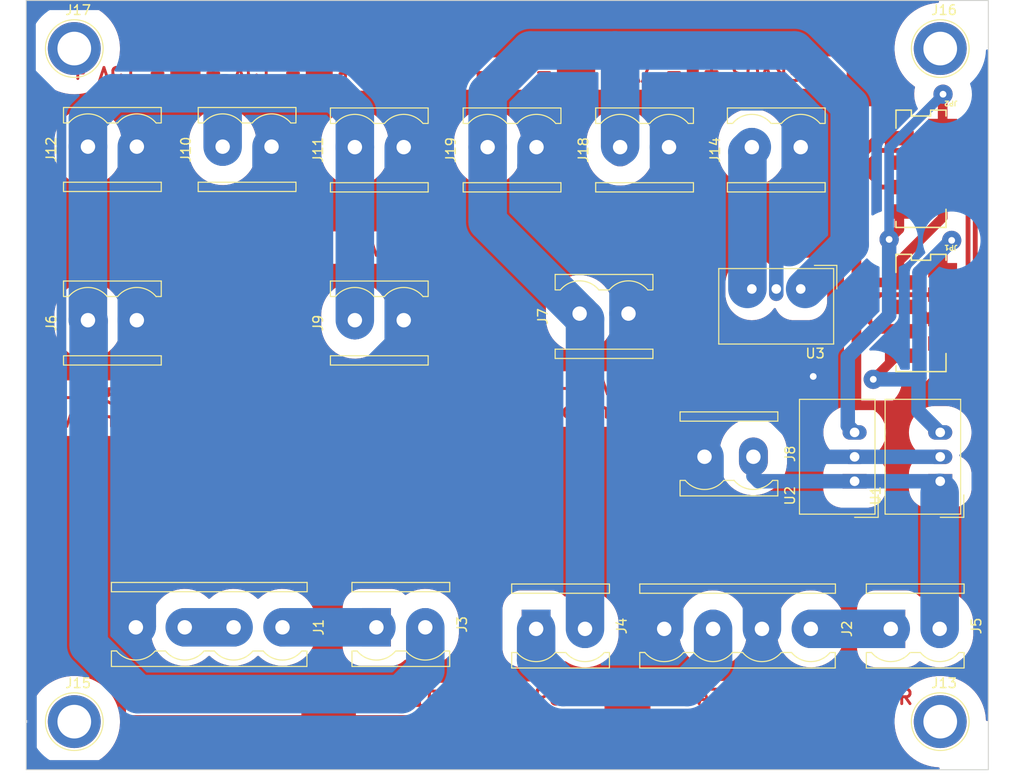
<source format=kicad_pcb>
(kicad_pcb (version 20211014) (generator pcbnew)
  (layers (0 "F.Cu" signal) (31 "B.Cu" signal) (34 "B.Paste" user) (35 "F.Paste" user) (36 "B.SilkS" user "B.Silkscreen") (37 "F.SilkS" user "F.Silkscreen") (38 "B.Mask" user) (39 "F.Mask" user) (44 "Edge.Cuts" user))
  (net 0 "")
  (net 1 "/GND_15V")
  (net 2 "Net-(J1-Pad2)")
  (net 3 "/+7V_BAT_ELEC")
  (net 4 "/+15V_BAT")
  (net 5 "/+15V")
  (net 6 "/+7V_BAT")
  (net 7 "/+7V")
  (net 8 "/+7V_ELEC")
  (net 13 "/+5V_SERVOS")
  (net 14 "/+5V_ELEC_1")
  (net 15 "/+5V_ELEC_2")
  (net 16 "/CAN_L")
  (net 17 "/CAN_H")
  (footprint "FootprintGamelGe2_v6:Mounting_Screw_3mm" (layer "F.Cu") (at 157 110)
    (fp_text reference "J15" (at 0.4 -4) (layer "F.SilkS"))
    (fp_text value "Mounting_Screw_3mm")
    (fp_circle (center 0 0) (end 3 0) (layer "F.SilkS") (width 0.12) (fill none))
    (pad "1" thru_hole circle (at 0 0) (size 5.5 5.5) (drill 3.5) (layers *.Cu *.Mask))
  )
  (footprint "micromatch 8P.PcbLib:MM 8 CMS F" (layer "F.Cu") (at 247.250001 63.055001 90)
    (fp_text reference "JP1" (at 2.655992 1.623004 180 unlocked) (layer "F.SilkS") (effects (font (size 0.5 0.5) (thickness 0.125)) (justify left bottom)))
    (fp_text value "Micromatch 8 Capt 1" hide)
    (fp_line (start 1.655001 0.349999) (end 1.655001 -1.25) (layer "F.SilkS") (width 0.1524))
    (fp_line (start 1.655001 -3.250001) (end 1.0414 -3.250001) (layer "F.SilkS") (width 0.1524))
    (fp_line (start 1.655001 0.349999) (end 1.0414 0.349999) (layer "F.SilkS") (width 0.1524))
    (fp_line (start -9.9314 -4.85) (end -10.545 -4.85) (layer "F.SilkS") (width 0.1524))
    (fp_line (start -10.545 0.349999) (end -10.545 -4.85) (layer "F.SilkS") (width 0.1524))
    (fp_line (start 1.655001 -3.250001) (end 1.655001 -4.85) (layer "F.SilkS") (width 0.1524))
    (fp_line (start 1.655001 -4.85) (end -0.2286 -4.85) (layer "F.SilkS") (width 0.1524))
    (fp_line (start 1.655001 -1.25) (end 1.0414 -1.25) (layer "F.SilkS") (width 0.1524))
    (fp_line (start -8.6614 0.349999) (end -10.545 0.349999) (layer "F.SilkS") (width 0.1524))
    (fp_line (start 1.0414 -1.25) (end 1.0414 -3.250001) (layer "F.SilkS") (width 0.1524))
    (pad "1" smd rect (at 0 0 90) (size 1.5 3) (layers "F.Cu" "F.Paste" "F.Mask") (net 14 "/+5V_ELEC_1"))
    (pad "2" smd rect (at -1.27 -4.500001 90) (size 1.5 3) (layers "F.Cu" "F.Paste" "F.Mask") (net 1 "/GND_15V"))
    (pad "3" smd rect (at -2.54 0 90) (size 1.5 3) (layers "F.Cu" "F.Paste" "F.Mask") (net 16 "/CAN_L"))
    (pad "4" smd rect (at -3.81 -4.500001 90) (size 1.5 3) (layers "F.Cu" "F.Paste" "F.Mask") (net 17 "/CAN_H"))
    (pad "5" smd rect (at -5.08 0 90) (size 1.5 3) (layers "F.Cu" "F.Paste" "F.Mask") (net 17 "/CAN_H"))
    (pad "6" smd rect (at -6.35 -4.500001 90) (size 1.5 3) (layers "F.Cu" "F.Paste" "F.Mask") (net 16 "/CAN_L"))
    (pad "7" smd rect (at -7.62 0 90) (size 1.499997 3) (layers "F.Cu" "F.Paste" "F.Mask") (net 1 "/GND_15V"))
    (pad "8" smd rect (at -8.89 -4.500001 90) (size 1.499997 3) (layers "F.Cu" "F.Paste" "F.Mask") (net 14 "/+5V_ELEC_1"))
  )
  (footprint "FootprintGamelGe2_v6:OmnimateSL-5,08_1x02_P5.08mm_Vertical" (layer "F.Cu") (at 241.86 100.35)
    (fp_text reference "J5" (at 8.9 -0.3 90) (layer "F.SilkS"))
    (fp_text value "INTER_ELEC")
    (fp_line (start 7.62 2.462) (end 7.08 2.462) (layer "F.SilkS") (width 0.12))
    (fp_line (start -2.54 -3.7) (end -2.54 -4.664) (layer "F.SilkS") (width 0.12))
    (fp_line (start 7.62 -3.7) (end 7.62 -4.664) (layer "F.SilkS") (width 0.12))
    (fp_line (start -2 2.462) (end -2.54 2.462) (layer "F.SilkS") (width 0.12))
    (fp_line (start -2.54 -3.7) (end 7.62 -3.7) (layer "F.SilkS") (width 0.12))
    (fp_line (start -2.54 -4.664) (end 7.62 -4.664) (layer "F.SilkS") (width 0.12))
    (fp_line (start -2.54 4.072) (end -2.54 2.4972) (layer "F.SilkS") (width 0.12))
    (fp_line (start 2 2.462) (end 3.08 2.462) (layer "F.SilkS") (width 0.12))
    (fp_line (start 7.62 4.072) (end 7.62 2.4972) (layer "F.SilkS") (width 0.12))
    (fp_line (start -2.54 4.072) (end 7.62 4.072) (layer "F.SilkS") (width 0.12))
    (fp_arc (start 7.066842 2.477821) (mid 5.069711 3.404758) (end 3.08 2.462) (layer "F.SilkS") (width 0.12))
    (fp_arc (start 1.986842 2.477821) (mid -0.010289 3.404758) (end -2 2.462) (layer "F.SilkS") (width 0.12))
    (pad "1" thru_hole rect (at 0 0) (size 3 4) (drill 1.5) (layers *.Cu *.Mask) (net 3 "/+7V_BAT_ELEC"))
    (pad "2" thru_hole oval (at 5.08 0) (size 3 4) (drill 1.5) (layers *.Cu *.Mask) (net 8 "/+7V_ELEC"))
  )
  (footprint "FootprintGamelGe2_v6:Mounting_Screw_3mm" (layer "F.Cu") (at 247 40)
    (fp_text reference "J16" (at 0.4 -4) (layer "F.SilkS"))
    (fp_text value "Mounting_Screw_3mm")
    (fp_circle (center 0 0) (end 3 0) (layer "F.SilkS") (width 0.12) (fill none))
    (pad "1" thru_hole circle (at 0 0) (size 5.5 5.5) (drill 3.5) (layers *.Cu *.Mask))
  )
  (footprint "Converter_DCDC:Converter_DCDC_TRACO_TSR-1_THT" (layer "F.Cu") (at 247 85 90)
    (fp_text reference "U1" (at -1.5 -6.71 90) (layer "F.SilkS"))
    (fp_text value "TSR_1-2450")
    (fp_line (start -3.75 2.45) (end -1.42 2.45) (layer "F.SilkS") (width 0.12))
    (fp_line (start -3.42 2.12) (end -3.42 -5.73) (layer "F.SilkS") (width 0.12))
    (fp_line (start 8.52 2.12) (end -3.42 2.12) (layer "F.SilkS") (width 0.12))
    (fp_line (start -3.75 0) (end -3.75 2.45) (layer "F.SilkS") (width 0.12))
    (fp_line (start 8.52 -5.73) (end 8.52 2.12) (layer "F.SilkS") (width 0.12))
    (fp_line (start -3.42 -5.73) (end 8.52 -5.73) (layer "F.SilkS") (width 0.12))
    (pad "1" thru_hole rect (at 0 0 90) (size 1.5 2.5) (drill 1) (layers *.Cu *.Mask) (net 8 "/+7V_ELEC"))
    (pad "2" thru_hole oval (at 2.54 0 90) (size 1.5 2.5) (drill 1) (layers *.Cu *.Mask) (net 1 "/GND_15V"))
    (pad "3" thru_hole oval (at 5.08 0 90) (size 1.5 2.5) (drill 1) (layers *.Cu *.Mask) (net 14 "/+5V_ELEC_1"))
  )
  (footprint "FootprintGamelGe2_v6:OmnimateSL-5,08_1x02_P5.08mm_Vertical" (layer "F.Cu") (at 163.5 50.2 180)
    (fp_text reference "J12" (at 8.9 -0.3 90) (layer "F.SilkS"))
    (fp_text value "Base_Roulante")
    (fp_line (start -2.54 4.072) (end -2.54 2.4972) (layer "F.SilkS") (width 0.12))
    (fp_line (start -2.54 -3.7) (end -2.54 -4.664) (layer "F.SilkS") (width 0.12))
    (fp_line (start -2 2.462) (end -2.54 2.462) (layer "F.SilkS") (width 0.12))
    (fp_line (start 7.62 4.072) (end 7.62 2.4972) (layer "F.SilkS") (width 0.12))
    (fp_line (start 2 2.462) (end 3.08 2.462) (layer "F.SilkS") (width 0.12))
    (fp_line (start -2.54 4.072) (end 7.62 4.072) (layer "F.SilkS") (width 0.12))
    (fp_line (start -2.54 -4.664) (end 7.62 -4.664) (layer "F.SilkS") (width 0.12))
    (fp_line (start 7.62 -3.7) (end 7.62 -4.664) (layer "F.SilkS") (width 0.12))
    (fp_line (start 7.62 2.462) (end 7.08 2.462) (layer "F.SilkS") (width 0.12))
    (fp_line (start -2.54 -3.7) (end 7.62 -3.7) (layer "F.SilkS") (width 0.12))
    (fp_arc (start 1.986842 2.477821) (mid -0.010289 3.404758) (end -2 2.462) (layer "F.SilkS") (width 0.12))
    (fp_arc (start 7.066842 2.477821) (mid 5.069711 3.404758) (end 3.08 2.462) (layer "F.SilkS") (width 0.12))
    (pad "1" thru_hole rect (at 0 0 180) (size 3 4) (drill 1.5) (layers *.Cu *.Mask) (net 1 "/GND_15V"))
    (pad "2" thru_hole oval (at 5.08 0 180) (size 3 4) (drill 1.5) (layers *.Cu *.Mask) (net 5 "/+15V"))
  )
  (footprint "FootprintGamelGe2_v6:Mounting_Screw_3mm" (layer "F.Cu") (at 247 110)
    (fp_text reference "J13" (at 0.4 -4) (layer "F.SilkS"))
    (fp_text value "Mounting_Screw_3mm")
    (fp_circle (center 0 0) (end 3 0) (layer "F.SilkS") (width 0.12) (fill none))
    (pad "1" thru_hole circle (at 0 0) (size 5.5 5.5) (drill 3.5) (layers *.Cu *.Mask))
  )
  (footprint "FootprintGamelGe2_v6:OmnimateSL-5,08_1x02_P5.08mm_Vertical" (layer "F.Cu") (at 163.5 68.25 180)
    (fp_text reference "J6" (at 8.9 -0.3 90) (layer "F.SilkS"))
    (fp_text value "Voltmètre_15V")
    (fp_line (start -2.54 -4.664) (end 7.62 -4.664) (layer "F.SilkS") (width 0.12))
    (fp_line (start 2 2.462) (end 3.08 2.462) (layer "F.SilkS") (width 0.12))
    (fp_line (start 7.62 4.072) (end 7.62 2.4972) (layer "F.SilkS") (width 0.12))
    (fp_line (start 7.62 2.462) (end 7.08 2.462) (layer "F.SilkS") (width 0.12))
    (fp_line (start -2.54 4.072) (end -2.54 2.4972) (layer "F.SilkS") (width 0.12))
    (fp_line (start -2 2.462) (end -2.54 2.462) (layer "F.SilkS") (width 0.12))
    (fp_line (start -2.54 -3.7) (end -2.54 -4.664) (layer "F.SilkS") (width 0.12))
    (fp_line (start -2.54 -3.7) (end 7.62 -3.7) (layer "F.SilkS") (width 0.12))
    (fp_line (start -2.54 4.072) (end 7.62 4.072) (layer "F.SilkS") (width 0.12))
    (fp_line (start 7.62 -3.7) (end 7.62 -4.664) (layer "F.SilkS") (width 0.12))
    (fp_arc (start 1.986842 2.477821) (mid -0.010289 3.404758) (end -2 2.462) (layer "F.SilkS") (width 0.12))
    (fp_arc (start 7.066842 2.477821) (mid 5.069711 3.404758) (end 3.08 2.462) (layer "F.SilkS") (width 0.12))
    (pad "1" thru_hole rect (at 0 0 180) (size 3 4) (drill 1.5) (layers *.Cu *.Mask) (net 1 "/GND_15V"))
    (pad "2" thru_hole oval (at 5.08 0 180) (size 3 4) (drill 1.5) (layers *.Cu *.Mask) (net 5 "/+15V"))
  )
  (footprint "FootprintGamelGe2_v6:OmnimateSL-5,08_1x02_P5.08mm_Vertical" (layer "F.Cu") (at 191.24 50.25 180)
    (fp_text reference "J11" (at 8.9 -0.3 90) (layer "F.SilkS"))
    (fp_text value "Lanceur")
    (fp_line (start -2.54 4.072) (end 7.62 4.072) (layer "F.SilkS") (width 0.12))
    (fp_line (start -2.54 -4.664) (end 7.62 -4.664) (layer "F.SilkS") (width 0.12))
    (fp_line (start -2.54 -3.7) (end -2.54 -4.664) (layer "F.SilkS") (width 0.12))
    (fp_line (start -2.54 -3.7) (end 7.62 -3.7) (layer "F.SilkS") (width 0.12))
    (fp_line (start 2 2.462) (end 3.08 2.462) (layer "F.SilkS") (width 0.12))
    (fp_line (start 7.62 4.072) (end 7.62 2.4972) (layer "F.SilkS") (width 0.12))
    (fp_line (start 7.62 2.462) (end 7.08 2.462) (layer "F.SilkS") (width 0.12))
    (fp_line (start -2 2.462) (end -2.54 2.462) (layer "F.SilkS") (width 0.12))
    (fp_line (start 7.62 -3.7) (end 7.62 -4.664) (layer "F.SilkS") (width 0.12))
    (fp_line (start -2.54 4.072) (end -2.54 2.4972) (layer "F.SilkS") (width 0.12))
    (fp_arc (start 7.066842 2.477821) (mid 5.069711 3.404758) (end 3.08 2.462) (layer "F.SilkS") (width 0.12))
    (fp_arc (start 1.986842 2.477821) (mid -0.010289 3.404758) (end -2 2.462) (layer "F.SilkS") (width 0.12))
    (pad "1" thru_hole rect (at 0 0 180) (size 3 4) (drill 1.5) (layers *.Cu *.Mask) (net 1 "/GND_15V"))
    (pad "2" thru_hole oval (at 5.08 0 180) (size 3 4) (drill 1.5) (layers *.Cu *.Mask) (net 5 "/+15V"))
  )
  (footprint "FootprintGamelGe2_v6:OmnimateSL-5,08_1x02_P5.08mm_Vertical" (layer "F.Cu") (at 191.24 68.25 180)
    (fp_text reference "J9" (at 8.9 -0.3 90) (layer "F.SilkS"))
    (fp_text value "Turbine_1")
    (fp_line (start 2 2.462) (end 3.08 2.462) (layer "F.SilkS") (width 0.12))
    (fp_line (start -2.54 4.072) (end -2.54 2.4972) (layer "F.SilkS") (width 0.12))
    (fp_line (start -2.54 -3.7) (end 7.62 -3.7) (layer "F.SilkS") (width 0.12))
    (fp_line (start 7.62 -3.7) (end 7.62 -4.664) (layer "F.SilkS") (width 0.12))
    (fp_line (start -2.54 4.072) (end 7.62 4.072) (layer "F.SilkS") (width 0.12))
    (fp_line (start -2 2.462) (end -2.54 2.462) (layer "F.SilkS") (width 0.12))
    (fp_line (start 7.62 4.072) (end 7.62 2.4972) (layer "F.SilkS") (width 0.12))
    (fp_line (start 7.62 2.462) (end 7.08 2.462) (layer "F.SilkS") (width 0.12))
    (fp_line (start -2.54 -4.664) (end 7.62 -4.664) (layer "F.SilkS") (width 0.12))
    (fp_line (start -2.54 -3.7) (end -2.54 -4.664) (layer "F.SilkS") (width 0.12))
    (fp_arc (start 7.066842 2.477821) (mid 5.069711 3.404758) (end 3.08 2.462) (layer "F.SilkS") (width 0.12))
    (fp_arc (start 1.986842 2.477821) (mid -0.010289 3.404758) (end -2 2.462) (layer "F.SilkS") (width 0.12))
    (pad "1" thru_hole rect (at 0 0 180) (size 3 4) (drill 1.5) (layers *.Cu *.Mask) (net 1 "/GND_15V"))
    (pad "2" thru_hole oval (at 5.08 0 180) (size 3 4) (drill 1.5) (layers *.Cu *.Mask) (net 5 "/+15V"))
  )
  (footprint "FootprintGamelGe2_v6:OmnimateSL-5,08_1x02_P5.08mm_Vertical" (layer "F.Cu") (at 177.5 50.2 180)
    (fp_text reference "J10" (at 8.9 -0.3 90) (layer "F.SilkS"))
    (fp_text value "Turbine_2")
    (fp_line (start 7.62 2.462) (end 7.08 2.462) (layer "F.SilkS") (width 0.12))
    (fp_line (start -2.54 4.072) (end 7.62 4.072) (layer "F.SilkS") (width 0.12))
    (fp_line (start 7.62 -3.7) (end 7.62 -4.664) (layer "F.SilkS") (width 0.12))
    (fp_line (start -2.54 -3.7) (end 7.62 -3.7) (layer "F.SilkS") (width 0.12))
    (fp_line (start 2 2.462) (end 3.08 2.462) (layer "F.SilkS") (width 0.12))
    (fp_line (start -2 2.462) (end -2.54 2.462) (layer "F.SilkS") (width 0.12))
    (fp_line (start 7.62 4.072) (end 7.62 2.4972) (layer "F.SilkS") (width 0.12))
    (fp_line (start -2.54 -3.7) (end -2.54 -4.664) (layer "F.SilkS") (width 0.12))
    (fp_line (start -2.54 -4.664) (end 7.62 -4.664) (layer "F.SilkS") (width 0.12))
    (fp_line (start -2.54 4.072) (end -2.54 2.4972) (layer "F.SilkS") (width 0.12))
    (fp_arc (start 7.066842 2.477821) (mid 5.069711 3.404758) (end 3.08 2.462) (layer "F.SilkS") (width 0.12))
    (fp_arc (start 1.986842 2.477821) (mid -0.010289 3.404758) (end -2 2.462) (layer "F.SilkS") (width 0.12))
    (pad "1" thru_hole rect (at 0 0 180) (size 3 4) (drill 1.5) (layers *.Cu *.Mask) (net 1 "/GND_15V"))
    (pad "2" thru_hole oval (at 5.08 0 180) (size 3 4) (drill 1.5) (layers *.Cu *.Mask) (net 5 "/+15V"))
  )
  (footprint "FootprintGamelGe2_v6:OmnimateSL-5,08_1x02_P5.08mm_Vertical" (layer "F.Cu") (at 214.6 67.564 180)
    (fp_text reference "J7" (at 8.9 -0.3 90) (layer "F.SilkS"))
    (fp_text value "Voltmètre_7V")
    (fp_line (start -2.54 4.072) (end -2.54 2.4972) (layer "F.SilkS") (width 0.12))
    (fp_line (start -2.54 -3.7) (end 7.62 -3.7) (layer "F.SilkS") (width 0.12))
    (fp_line (start 7.62 2.462) (end 7.08 2.462) (layer "F.SilkS") (width 0.12))
    (fp_line (start 7.62 -3.7) (end 7.62 -4.664) (layer "F.SilkS") (width 0.12))
    (fp_line (start -2.54 -3.7) (end -2.54 -4.664) (layer "F.SilkS") (width 0.12))
    (fp_line (start -2 2.462) (end -2.54 2.462) (layer "F.SilkS") (width 0.12))
    (fp_line (start 2 2.462) (end 3.08 2.462) (layer "F.SilkS") (width 0.12))
    (fp_line (start -2.54 4.072) (end 7.62 4.072) (layer "F.SilkS") (width 0.12))
    (fp_line (start -2.54 -4.664) (end 7.62 -4.664) (layer "F.SilkS") (width 0.12))
    (fp_line (start 7.62 4.072) (end 7.62 2.4972) (layer "F.SilkS") (width 0.12))
    (fp_arc (start 1.986842 2.477821) (mid -0.010289 3.404758) (end -2 2.462) (layer "F.SilkS") (width 0.12))
    (fp_arc (start 7.066842 2.477821) (mid 5.069711 3.404758) (end 3.08 2.462) (layer "F.SilkS") (width 0.12))
    (pad "1" thru_hole rect (at 0 0 180) (size 3 4) (drill 1.5) (layers *.Cu *.Mask) (net 1 "/GND_15V"))
    (pad "2" thru_hole oval (at 5.08 0 180) (size 3 4) (drill 1.5) (layers *.Cu *.Mask) (net 7 "/+7V"))
  )
  (footprint "FootprintGamelGe2_v6:OmnimateSL-5,08_1x02_P5.08mm_Vertical" (layer "F.Cu") (at 188.4 100.19)
    (fp_text reference "J3" (at 8.9 -0.3 90) (layer "F.SilkS"))
    (fp_text value "ARU_15V")
    (fp_line (start -2.54 -3.7) (end -2.54 -4.664) (layer "F.SilkS") (width 0.12))
    (fp_line (start -2.54 4.072) (end 7.62 4.072) (layer "F.SilkS") (width 0.12))
    (fp_line (start -2.54 -3.7) (end 7.62 -3.7) (layer "F.SilkS") (width 0.12))
    (fp_line (start -2.54 4.072) (end -2.54 2.4972) (layer "F.SilkS") (width 0.12))
    (fp_line (start 7.62 -3.7) (end 7.62 -4.664) (layer "F.SilkS") (width 0.12))
    (fp_line (start -2 2.462) (end -2.54 2.462) (layer "F.SilkS") (width 0.12))
    (fp_line (start -2.54 -4.664) (end 7.62 -4.664) (layer "F.SilkS") (width 0.12))
    (fp_line (start 2 2.462) (end 3.08 2.462) (layer "F.SilkS") (width 0.12))
    (fp_line (start 7.62 2.462) (end 7.08 2.462) (layer "F.SilkS") (width 0.12))
    (fp_line (start 7.62 4.072) (end 7.62 2.4972) (layer "F.SilkS") (width 0.12))
    (fp_arc (start 7.066842 2.477821) (mid 5.069711 3.404758) (end 3.08 2.462) (layer "F.SilkS") (width 0.12))
    (fp_arc (start 1.986842 2.477821) (mid -0.010289 3.404758) (end -2 2.462) (layer "F.SilkS") (width 0.12))
    (pad "1" thru_hole rect (at 0 0) (size 3 4) (drill 1.5) (layers *.Cu *.Mask) (net 4 "/+15V_BAT"))
    (pad "2" thru_hole oval (at 5.08 0) (size 3 4) (drill 1.5) (layers *.Cu *.Mask) (net 5 "/+15V"))
  )
  (footprint "Converter_DCDC:Converter_DCDC_TRACO_TSR-1_THT" (layer "F.Cu") (at 232.5 65 180)
    (fp_text reference "U3" (at -1.5 -6.71) (layer "F.SilkS"))
    (fp_text value "TSR_1-2450")
    (fp_line (start 8.52 -5.73) (end 8.52 2.12) (layer "F.SilkS") (width 0.12))
    (fp_line (start -3.75 2.45) (end -1.42 2.45) (layer "F.SilkS") (width 0.12))
    (fp_line (start 8.52 2.12) (end -3.42 2.12) (layer "F.SilkS") (width 0.12))
    (fp_line (start -3.75 0) (end -3.75 2.45) (layer "F.SilkS") (width 0.12))
    (fp_line (start -3.42 -5.73) (end 8.52 -5.73) (layer "F.SilkS") (width 0.12))
    (fp_line (start -3.42 2.12) (end -3.42 -5.73) (layer "F.SilkS") (width 0.12))
    (pad "1" thru_hole rect (at 0 0 180) (size 1.5 2.5) (drill 1) (layers *.Cu *.Mask) (net 7 "/+7V"))
    (pad "2" thru_hole oval (at 2.54 0 180) (size 1.5 2.5) (drill 1) (layers *.Cu *.Mask) (net 1 "/GND_15V"))
    (pad "3" thru_hole oval (at 5.08 0 180) (size 1.5 2.5) (drill 1) (layers *.Cu *.Mask) (net 13 "/+5V_SERVOS"))
  )
  (footprint "FootprintGamelGe2_v6:OmnimateSL-5,08_1x02_P5.08mm_Vertical" (layer "F.Cu") (at 232.5 50.25 180)
    (fp_text reference "J14" (at 8.9 -0.3 90) (layer "F.SilkS"))
    (fp_text value "Servos")
    (fp_line (start -2.54 4.072) (end -2.54 2.4972) (layer "F.SilkS") (width 0.12))
    (fp_line (start 7.62 4.072) (end 7.62 2.4972) (layer "F.SilkS") (width 0.12))
    (fp_line (start -2 2.462) (end -2.54 2.462) (layer "F.SilkS") (width 0.12))
    (fp_line (start 7.62 -3.7) (end 7.62 -4.664) (layer "F.SilkS") (width 0.12))
    (fp_line (start 7.62 2.462) (end 7.08 2.462) (layer "F.SilkS") (width 0.12))
    (fp_line (start -2.54 -3.7) (end 7.62 -3.7) (layer "F.SilkS") (width 0.12))
    (fp_line (start -2.54 -3.7) (end -2.54 -4.664) (layer "F.SilkS") (width 0.12))
    (fp_line (start -2.54 4.072) (end 7.62 4.072) (layer "F.SilkS") (width 0.12))
    (fp_line (start 2 2.462) (end 3.08 2.462) (layer "F.SilkS") (width 0.12))
    (fp_line (start -2.54 -4.664) (end 7.62 -4.664) (layer "F.SilkS") (width 0.12))
    (fp_arc (start 7.066842 2.477821) (mid 5.069711 3.404758) (end 3.08 2.462) (layer "F.SilkS") (width 0.12))
    (fp_arc (start 1.986842 2.477821) (mid -0.010289 3.404758) (end -2 2.462) (layer "F.SilkS") (width 0.12))
    (pad "1" thru_hole rect (at 0 0 180) (size 3 4) (drill 1.5) (layers *.Cu *.Mask) (net 1 "/GND_15V"))
    (pad "2" thru_hole oval (at 5.08 0 180) (size 3 4) (drill 1.5) (layers *.Cu *.Mask) (net 13 "/+5V_SERVOS"))
  )
  (footprint "FootprintGamelGe2_v6:OmnimateSL-5,08_1x04_P5.08mm_Vertical" (layer "F.Cu") (at 163.4 100.19)
    (fp_text reference "J1" (at 19 0 90) (layer "F.SilkS"))
    (fp_text value "Omnimate4")
    (fp_line (start -2.54 -3.7) (end -2.54 -4.664) (layer "F.SilkS") (width 0.12))
    (fp_line (start -2 2.462) (end -2.54 2.462) (layer "F.SilkS") (width 0.12))
    (fp_line (start 7.62 2.462) (end 7.08 2.462) (layer "F.SilkS") (width 0.12))
    (fp_line (start 2 2.462) (end 3.08 2.462) (layer "F.SilkS") (width 0.12))
    (fp_line (start -2.54 -4.664) (end 17.8 -4.664) (layer "F.SilkS") (width 0.12))
    (fp_line (start 7.62 4.072) (end 17.78 4.072) (layer "F.SilkS") (width 0.12))
    (fp_line (start -2.54 4.072) (end -2.54 2.4972) (layer "F.SilkS") (width 0.12))
    (fp_line (start 17.78 2.462) (end 17.24 2.462) (layer "F.SilkS") (width 0.12))
    (fp_line (start -2 2.462) (end -2.54 2.462) (layer "F.SilkS") (width 0.12))
    (fp_line (start -2.54 4.072) (end 7.62 4.072) (layer "F.SilkS") (width 0.12))
    (fp_line (start 7.62 2.462) (end 7.08 2.462) (layer "F.SilkS") (width 0.12))
    (fp_line (start 12.16 2.462) (end 13.24 2.462) (layer "F.SilkS") (width 0.12))
    (fp_line (start 8.16 2.462) (end 7.62 2.462) (layer "F.SilkS") (width 0.12))
    (fp_line (start 17.78 4.072) (end 17.78 2.4972) (layer "F.SilkS") (width 0.12))
    (fp_line (start -2.54 -3.7) (end 17.8 -3.7) (layer "F.SilkS") (width 0.12))
    (fp_line (start 17.8 -3.7) (end 17.8 -4.664) (layer "F.SilkS") (width 0.12))
    (fp_arc (start 7.066842 2.477821) (mid 5.069711 3.404758) (end 3.08 2.462) (layer "F.SilkS") (width 0.12))
    (fp_arc (start 1.986842 2.477821) (mid -0.010289 3.404758) (end -2 2.462) (layer "F.SilkS") (width 0.12))
    (fp_arc (start 17.226842 2.477821) (mid 15.229711 3.404758) (end 13.24 2.462) (layer "F.SilkS") (width 0.12))
    (fp_arc (start 12.146842 2.477821) (mid 10.149711 3.404758) (end 8.16 2.462) (layer "F.SilkS") (width 0.12))
    (pad "1" thru_hole rect (at 0 0) (size 3 4) (drill 1.5) (layers *.Cu *.Mask) (net 1 "/GND_15V"))
    (pad "2" thru_hole oval (at 5.08 0) (size 3 4) (drill 1.5) (layers *.Cu *.Mask) (net 2 "Net-(J1-Pad2)"))
    (pad "3" thru_hole oval (at 10.16 0) (size 3 4) (drill 1.5) (layers *.Cu *.Mask) (net 2 "Net-(J1-Pad2)"))
    (pad "4" thru_hole oval (at 15.24 0) (size 3 4) (drill 1.5) (layers *.Cu *.Mask) (net 4 "/+15V_BAT"))
  )
  (footprint "FootprintGamelGe2_v6:OmnimateSL-5,08_1x02_P5.08mm_Vertical" (layer "F.Cu") (at 205.04 50.25 180)
    (fp_text reference "J19" (at 8.9 -0.3 90) (layer "F.SilkS"))
    (fp_text value "Lanceur")
    (fp_line (start 2 2.462) (end 3.08 2.462) (layer "F.SilkS") (width 0.12))
    (fp_line (start 7.62 2.462) (end 7.08 2.462) (layer "F.SilkS") (width 0.12))
    (fp_line (start -2 2.462) (end -2.54 2.462) (layer "F.SilkS") (width 0.12))
    (fp_line (start -2.54 -3.7) (end -2.54 -4.664) (layer "F.SilkS") (width 0.12))
    (fp_line (start -2.54 4.072) (end -2.54 2.4972) (layer "F.SilkS") (width 0.12))
    (fp_line (start 7.62 4.072) (end 7.62 2.4972) (layer "F.SilkS") (width 0.12))
    (fp_line (start -2.54 -3.7) (end 7.62 -3.7) (layer "F.SilkS") (width 0.12))
    (fp_line (start 7.62 -3.7) (end 7.62 -4.664) (layer "F.SilkS") (width 0.12))
    (fp_line (start -2.54 4.072) (end 7.62 4.072) (layer "F.SilkS") (width 0.12))
    (fp_line (start -2.54 -4.664) (end 7.62 -4.664) (layer "F.SilkS") (width 0.12))
    (fp_arc (start 7.066842 2.477821) (mid 5.069711 3.404758) (end 3.08 2.462) (layer "F.SilkS") (width 0.12))
    (fp_arc (start 1.986842 2.477821) (mid -0.010289 3.404758) (end -2 2.462) (layer "F.SilkS") (width 0.12))
    (pad "1" thru_hole rect (at 0 0 180) (size 3 4) (drill 1.5) (layers F&B.Cu *.Mask) (net 1 "/GND_15V"))
    (pad "2" thru_hole oval (at 5.08 0 180) (size 3 4) (drill 1.5) (layers F&B.Cu *.Mask) (net 7 "/+7V"))
  )
  (footprint "FootprintGamelGe2_v6:OmnimateSL-5,08_1x02_P5.08mm_Vertical" (layer "F.Cu") (at 222.5 82.45)
    (fp_text reference "J8" (at 8.9 -0.3 90) (layer "F.SilkS"))
    (fp_text value "Voltmètre_7V")
    (fp_line (start -2.54 -3.7) (end -2.54 -4.664) (layer "F.SilkS") (width 0.12))
    (fp_line (start -2 2.462) (end -2.54 2.462) (layer "F.SilkS") (width 0.12))
    (fp_line (start -2.54 4.072) (end 7.62 4.072) (layer "F.SilkS") (width 0.12))
    (fp_line (start 7.62 4.072) (end 7.62 2.4972) (layer "F.SilkS") (width 0.12))
    (fp_line (start 7.62 -3.7) (end 7.62 -4.664) (layer "F.SilkS") (width 0.12))
    (fp_line (start -2.54 4.072) (end -2.54 2.4972) (layer "F.SilkS") (width 0.12))
    (fp_line (start 7.62 2.462) (end 7.08 2.462) (layer "F.SilkS") (width 0.12))
    (fp_line (start -2.54 -3.7) (end 7.62 -3.7) (layer "F.SilkS") (width 0.12))
    (fp_line (start 2 2.462) (end 3.08 2.462) (layer "F.SilkS") (width 0.12))
    (fp_line (start -2.54 -4.664) (end 7.62 -4.664) (layer "F.SilkS") (width 0.12))
    (fp_arc (start 7.066842 2.477821) (mid 5.069711 3.404758) (end 3.08 2.462) (layer "F.SilkS") (width 0.12))
    (fp_arc (start 1.986842 2.477821) (mid -0.010289 3.404758) (end -2 2.462) (layer "F.SilkS") (width 0.12))
    (pad "1" thru_hole rect (at 0 0) (size 3 4) (drill 1.5) (layers *.Cu *.Mask) (net 1 "/GND_15V"))
    (pad "2" thru_hole oval (at 5.08 0) (size 3 4) (drill 1.5) (layers *.Cu *.Mask) (net 8 "/+7V_ELEC"))
  )
  (footprint "micromatch 8P.PcbLib:MM 8 CMS F" (layer "F.Cu") (at 247.250001 48.055001 90)
    (fp_text reference "JP2" (at 2.655992 1.623004 180 unlocked) (layer "F.SilkS") (effects (font (size 0.5 0.5)) (justify left bottom)))
    (fp_text value "Micromatch 8 Capt 2" hide)
    (fp_line (start 1.655001 -4.85) (end -0.2286 -4.85) (layer "F.SilkS") (width 0.1524))
    (fp_line (start 1.0414 -1.25) (end 1.0414 -3.250001) (layer "F.SilkS") (width 0.1524))
    (fp_line (start 1.655001 -3.250001) (end 1.0414 -3.250001) (layer "F.SilkS") (width 0.1524))
    (fp_line (start 1.655001 -3.250001) (end 1.655001 -4.85) (layer "F.SilkS") (width 0.1524))
    (fp_line (start -10.545 0.349999) (end -10.545 -4.85) (layer "F.SilkS") (width 0.1524))
    (fp_line (start 1.655001 0.349999) (end 1.655001 -1.25) (layer "F.SilkS") (width 0.1524))
    (fp_line (start -9.9314 -4.85) (end -10.545 -4.85) (layer "F.SilkS") (width 0.1524))
    (fp_line (start 1.655001 -1.25) (end 1.0414 -1.25) (layer "F.SilkS") (width 0.1524))
    (fp_line (start -8.6614 0.349999) (end -10.545 0.349999) (layer "F.SilkS") (width 0.1524))
    (fp_line (start 1.655001 0.349999) (end 1.0414 0.349999) (layer "F.SilkS") (width 0.1524))
    (pad "1" smd rect (at 0 0 90) (size 1.5 3) (layers "F.Cu" "F.Paste" "F.Mask") (net 15 "/+5V_ELEC_2"))
    (pad "2" smd rect (at -1.27 -4.500001 90) (size 1.5 3) (layers "F.Cu" "F.Paste" "F.Mask") (net 1 "/GND_15V"))
    (pad "3" smd rect (at -2.54 0 90) (size 1.5 3) (layers "F.Cu" "F.Paste" "F.Mask") (net 16 "/CAN_L"))
    (pad "4" smd rect (at -3.81 -4.500001 90) (size 1.5 3) (layers "F.Cu" "F.Paste" "F.Mask") (net 17 "/CAN_H"))
    (pad "5" smd rect (at -5.08 0 90) (size 1.5 3) (layers "F.Cu" "F.Paste" "F.Mask") (net 17 "/CAN_H"))
    (pad "6" smd rect (at -6.35 -4.500001 90) (size 1.5 3) (layers "F.Cu" "F.Paste" "F.Mask") (net 16 "/CAN_L"))
    (pad "7" smd rect (at -7.62 0 90) (size 1.499997 3) (layers "F.Cu" "F.Paste" "F.Mask") (net 1 "/GND_15V"))
    (pad "8" smd rect (at -8.89 -4.500001 90) (size 1.499997 3) (layers "F.Cu" "F.Paste" "F.Mask") (net 15 "/+5V_ELEC_2"))
  )
  (footprint "FootprintGamelGe2_v6:Mounting_Screw_3mm" (layer "F.Cu") (at 157 40)
    (fp_text reference "J17" (at 0.4 -4) (layer "F.SilkS"))
    (fp_text value "Mounting_Screw_3mm")
    (fp_circle (center 0 0) (end 3 0) (layer "F.SilkS") (width 0.12) (fill none))
    (pad "1" thru_hole circle (at 0 0) (size 5.5 5.5) (drill 3.5) (layers *.Cu *.Mask))
  )
  (footprint "FootprintGamelGe2_v6:OmnimateSL-5,08_1x04_P5.08mm_Vertical" (layer "F.Cu") (at 218.31 100.35)
    (fp_text reference "J2" (at 19 0 90) (layer "F.SilkS"))
    (fp_text value "Omnimate4")
    (fp_line (start -2 2.462) (end -2.54 2.462) (layer "F.SilkS") (width 0.12))
    (fp_line (start 2 2.462) (end 3.08 2.462) (layer "F.SilkS") (width 0.12))
    (fp_line (start -2.54 4.072) (end -2.54 2.4972) (layer "F.SilkS") (width 0.12))
    (fp_line (start 7.62 2.462) (end 7.08 2.462) (layer "F.SilkS") (width 0.12))
    (fp_line (start 8.16 2.462) (end 7.62 2.462) (layer "F.SilkS") (width 0.12))
    (fp_line (start 17.8 -3.7) (end 17.8 -4.664) (layer "F.SilkS") (width 0.12))
    (fp_line (start -2.54 -4.664) (end 17.8 -4.664) (layer "F.SilkS") (width 0.12))
    (fp_line (start 7.62 4.072) (end 17.78 4.072) (layer "F.SilkS") (width 0.12))
    (fp_line (start 7.62 2.462) (end 7.08 2.462) (layer "F.SilkS") (width 0.12))
    (fp_line (start -2 2.462) (end -2.54 2.462) (layer "F.SilkS") (width 0.12))
    (fp_line (start -2.54 -3.7) (end -2.54 -4.664) (layer "F.SilkS") (width 0.12))
    (fp_line (start 17.78 4.072) (end 17.78 2.4972) (layer "F.SilkS") (width 0.12))
    (fp_line (start 17.78 2.462) (end 17.24 2.462) (layer "F.SilkS") (width 0.12))
    (fp_line (start 12.16 2.462) (end 13.24 2.462) (layer "F.SilkS") (width 0.12))
    (fp_line (start -2.54 4.072) (end 7.62 4.072) (layer "F.SilkS") (width 0.12))
    (fp_line (start -2.54 -3.7) (end 17.8 -3.7) (layer "F.SilkS") (width 0.12))
    (fp_arc (start 12.146842 2.477821) (mid 10.149711 3.404758) (end 8.16 2.462) (layer "F.SilkS") (width 0.12))
    (fp_arc (start 7.066842 2.477821) (mid 5.069711 3.404758) (end 3.08 2.462) (layer "F.SilkS") (width 0.12))
    (fp_arc (start 1.986842 2.477821) (mid -0.010289 3.404758) (end -2 2.462) (layer "F.SilkS") (width 0.12))
    (fp_arc (start 17.226842 2.477821) (mid 15.229711 3.404758) (end 13.24 2.462) (layer "F.SilkS") (width 0.12))
    (pad "1" thru_hole rect (at 0 0) (size 3 4) (drill 1.5) (layers *.Cu *.Mask) (net 1 "/GND_15V"))
    (pad "2" thru_hole oval (at 5.08 0) (size 3 4) (drill 1.5) (layers *.Cu *.Mask) (net 6 "/+7V_BAT"))
    (pad "3" thru_hole oval (at 10.16 0) (size 3 4) (drill 1.5) (layers *.Cu *.Mask) (net 1 "/GND_15V"))
    (pad "4" thru_hole oval (at 15.24 0) (size 3 4) (drill 1.5) (layers *.Cu *.Mask) (net 3 "/+7V_BAT_ELEC"))
  )
  (footprint "FootprintGamelGe2_v6:OmnimateSL-5,08_1x02_P5.08mm_Vertical" (layer "F.Cu") (at 218.81 50.25 180)
    (fp_text reference "J18" (at 8.9 -0.3 90) (layer "F.SilkS"))
    (fp_text value "Herkulex")
    (fp_line (start 7.62 -3.7) (end 7.62 -4.664) (layer "F.SilkS") (width 0.12))
    (fp_line (start -2.54 4.072) (end 7.62 4.072) (layer "F.SilkS") (width 0.12))
    (fp_line (start -2.54 -3.7) (end 7.62 -3.7) (layer "F.SilkS") (width 0.12))
    (fp_line (start 2 2.462) (end 3.08 2.462) (layer "F.SilkS") (width 0.12))
    (fp_line (start -2.54 -4.664) (end 7.62 -4.664) (layer "F.SilkS") (width 0.12))
    (fp_line (start -2 2.462) (end -2.54 2.462) (layer "F.SilkS") (width 0.12))
    (fp_line (start 7.62 4.072) (end 7.62 2.4972) (layer "F.SilkS") (width 0.12))
    (fp_line (start -2.54 -3.7) (end -2.54 -4.664) (layer "F.SilkS") (width 0.12))
    (fp_line (start 7.62 2.462) (end 7.08 2.462) (layer "F.SilkS") (width 0.12))
    (fp_line (start -2.54 4.072) (end -2.54 2.4972) (layer "F.SilkS") (width 0.12))
    (fp_arc (start 7.066842 2.477821) (mid 5.069711 3.404758) (end 3.08 2.462) (layer "F.SilkS") (width 0.12))
    (fp_arc (start 1.986842 2.477821) (mid -0.010289 3.404758) (end -2 2.462) (layer "F.SilkS") (width 0.12))
    (pad "1" thru_hole rect (at 0 0 180) (size 3 4) (drill 1.5) (layers *.Cu *.Mask) (net 1 "/GND_15V"))
    (pad "2" thru_hole oval (at 5.08 0 180) (size 3 4) (drill 1.5) (layers *.Cu *.Mask) (net 7 "/+7V"))
  )
  (footprint "FootprintGamelGe2_v6:OmnimateSL-5,08_1x02_P5.08mm_Vertical" (layer "F.Cu") (at 205 100.35)
    (fp_text reference "J4" (at 8.9 -0.3 90) (layer "F.SilkS"))
    (fp_text value "ARU_7V")
    (fp_line (start -2.54 4.072) (end -2.54 2.4972) (layer "F.SilkS") (width 0.12))
    (fp_line (start -2.54 -3.7) (end -2.54 -4.664) (layer "F.SilkS") (width 0.12))
    (fp_line (start -2.54 -3.7) (end 7.62 -3.7) (layer "F.SilkS") (width 0.12))
    (fp_line (start 7.62 4.072) (end 7.62 2.4972) (layer "F.SilkS") (width 0.12))
    (fp_line (start 7.62 2.462) (end 7.08 2.462) (layer "F.SilkS") (width 0.12))
    (fp_line (start 7.62 -3.7) (end 7.62 -4.664) (layer "F.SilkS") (width 0.12))
    (fp_line (start -2.54 4.072) (end 7.62 4.072) (layer "F.SilkS") (width 0.12))
    (fp_line (start -2.54 -4.664) (end 7.62 -4.664) (layer "F.SilkS") (width 0.12))
    (fp_line (start -2 2.462) (end -2.54 2.462) (layer "F.SilkS") (width 0.12))
    (fp_line (start 2 2.462) (end 3.08 2.462) (layer "F.SilkS") (width 0.12))
    (fp_arc (start 1.986842 2.477821) (mid -0.010289 3.404758) (end -2 2.462) (layer "F.SilkS") (width 0.12))
    (fp_arc (start 7.066842 2.477821) (mid 5.069711 3.404758) (end 3.08 2.462) (layer "F.SilkS") (width 0.12))
    (pad "1" thru_hole rect (at 0 0) (size 3 4) (drill 1.5) (layers *.Cu *.Mask) (net 6 "/+7V_BAT"))
    (pad "2" thru_hole oval (at 5.08 0) (size 3 4) (drill 1.5) (layers *.Cu *.Mask) (net 7 "/+7V"))
  )
  (footprint "Converter_DCDC:Converter_DCDC_TRACO_TSR-1_THT" (layer "F.Cu") (at 238.1 85 90)
    (fp_text reference "U2" (at -1.5 -6.71 90) (layer "F.SilkS"))
    (fp_text value "TSR_1-2450")
    (fp_line (start -3.75 0) (end -3.75 2.45) (layer "F.SilkS") (width 0.12))
    (fp_line (start -3.42 2.12) (end -3.42 -5.73) (layer "F.SilkS") (width 0.12))
    (fp_line (start 8.52 -5.73) (end 8.52 2.12) (layer "F.SilkS") (width 0.12))
    (fp_line (start 8.52 2.12) (end -3.42 2.12) (layer "F.SilkS") (width 0.12))
    (fp_line (start -3.42 -5.73) (end 8.52 -5.73) (layer "F.SilkS") (width 0.12))
    (fp_line (start -3.75 2.45) (end -1.42 2.45) (layer "F.SilkS") (width 0.12))
    (pad "1" thru_hole rect (at 0 0 90) (size 1.5 2.5) (drill 1) (layers *.Cu *.Mask) (net 8 "/+7V_ELEC"))
    (pad "2" thru_hole oval (at 2.54 0 90) (size 1.5 2.5) (drill 1) (layers *.Cu *.Mask) (net 1 "/GND_15V"))
    (pad "3" thru_hole oval (at 5.08 0 90) (size 1.5 2.5) (drill 1) (layers *.Cu *.Mask) (net 15 "/+5V_ELEC_2"))
  )
  (gr_rect (start 152 115) (end 252 35) (layer "Edge.Cuts") (width 0.1) (fill none))
  (gr_text "- 7V +" (at 202.4 42.6 180) (layer "F.Cu") (effects (font (size 1.5 1.5) (thickness 0.3))))
  (gr_text "- BATTERIES +" (at 226 107.45) (layer "F.Cu") (effects (font (size 1.5 1.5) (thickness 0.3))))
  (gr_text "ARU 7V" (at 207.6 107.5) (layer "F.Cu") (effects (font (size 1.5 1.5) (thickness 0.3))))
  (gr_text "- 15V +" (at 161.51 42.65 180) (layer "F.Cu") (effects (font (size 1.5 1.5) (thickness 0.3))))
  (gr_text "- 15V +" (at 175.59 42.65 180) (layer "F.Cu") (effects (font (size 1.5 1.5) (thickness 0.3))))
  (gr_text "INTER" (at 241 107.45) (layer "F.Cu") (effects (font (size 1.5 1.5) (thickness 0.3))))
  (gr_text "+ Elec -\nVoltmètre" (at 224.59 73.45 180) (layer "F.Cu") (effects (font (size 1.5 1.5) (thickness 0.3))))
  (gr_text "+ 15V -\nVoltmètre" (at 160.9 77.4) (layer "F.Cu") (effects (font (size 1.5 1.5) (thickness 0.3))))
  (gr_text "- 15V +" (at 189.33 60.7 180) (layer "F.Cu") (effects (font (size 1.5 1.5) (thickness 0.3))))
  (gr_text "- SERVOS +" (at 229.59 42.5 180) (layer "F.Cu") (effects (font (size 1.5 1.5) (thickness 0.3))))
  (gr_text "- 7V +" (at 215.9 42.6 180) (layer "F.Cu") (effects (font (size 1.5 1.5) (thickness 0.3))))
  (gr_text "+ 7V -\nVoltmètre" (at 211.69 76.45) (layer "F.Cu") (effects (font (size 1.5 1.5) (thickness 0.3))))
  (gr_text "ARU 15V" (at 191.49 107.64) (layer "F.Cu") (effects (font (size 1.5 1.5) (thickness 0.3))))
  (gr_text "- 15V +" (at 189.33 42.7 180) (layer "F.Cu") (effects (font (size 1.5 1.5) (thickness 0.3))))
  (gr_text "- BATTERIES +" (at 171.49 107.64) (layer "F.Cu") (effects (font (size 1.5 1.5) (thickness 0.3))))
  (gr_text "CARTE DISTRIBUTION ENERGIE\nCRAC 2023 - V2" (at 186.8 84.2) (layer "F.Cu") (effects (font (size 1.5 1.5) (thickness 0.3))))
  (segment (start 247.250001 57.589999) (end 247.250001 55.675001) (width 1) (layer "F.Cu") (net 1))
  (segment (start 238.29 51.55) (end 238.29 59.95) (width 1) (layer "F.Cu") (net 1))
  (segment (start 240.514999 49.325001) (end 238.29 51.55) (width 1) (layer "F.Cu") (net 1))
  (segment (start 242.75 49.325001) (end 240.514999 49.325001) (width 1) (layer "F.Cu") (net 1))
  (segment (start 242.75 62.09) (end 247.250001 57.589999) (width 1) (layer "F.Cu") (net 1))
  (segment (start 247.250001 70.675001) (end 247.250001 73.589999) (width 1) (layer "F.Cu") (net 1))
  (segment (start 242.75 64.325001) (end 239.514999 64.325001) (width 1) (layer "F.Cu") (net 1))
  (segment (start 243.74 77.1) (end 238.29 77.1) (width 1) (layer "F.Cu") (net 1))
  (segment (start 238.29 59.95) (end 238.29 64.35) (width 1) (layer "F.Cu") (net 1))
  (segment (start 247.250001 73.589999) (end 243.74 77.1) (width 1) (layer "F.Cu") (net 1))
  (segment (start 238.29 77.1) (end 238.29 64.35) (width 1) (layer "F.Cu") (net 1))
  (segment (start 242.75 64.325001) (end 242.75 62.09) (width 1) (layer "F.Cu") (net 1))
  (segment (start 239.49 64.35) (end 238.29 64.35) (width 1) (layer "F.Cu") (net 1))
  (segment (start 239.514999 64.325001) (end 239.49 64.35) (width 1) (layer "F.Cu") (net 1))
  (via (at 233.8 74.1) (size 2) (drill 0.7) (layers "F.Cu" "B.Cu") (net 1))
  (segment (start 232.5 46.86) (end 232.5 50.25) (width 4) (layer "B.Cu") (net 1))
  (segment (start 247 82.46) (end 233.96 82.46) (width 1.5) (layer "B.Cu") (net 1))
  (segment (start 152.6 114.5) (end 152.6 106.4) (width 1) (layer "B.Cu") (net 1))
  (segment (start 222.5 80.8) (end 222.5 82.45) (width 1.5) (layer "B.Cu") (net 1))
  (segment (start 214.6 67.564) (end 214.6 88.8) (width 4) (layer "B.Cu") (net 1))
  (segment (start 177.5 74.4) (end 178 74.9) (width 4) (layer "B.Cu") (net 1))
  (segment (start 229.5 78) (end 225.3 78) (width 1.5) (layer "B.Cu") (net 1))
  (segment (start 218.81 47.09) (end 221.45 44.45) (width 4) (layer "B.Cu") (net 1))
  (segment (start 163.5 57.16) (end 163.5 68.25) (width 4) (layer "B.Cu") (net 1))
  (segment (start 152.6 106.4) (end 155.74 103.26) (width 1) (layer "B.Cu") (net 1))
  (segment (start 218.81 54.09) (end 218.81 50.25) (width 4) (layer "B.Cu") (net 1))
  (segment (start 191.24 71.06) (end 187.4 74.9) (width 4) (layer "B.Cu") (net 1))
  (segment (start 163.5 68.25) (end 163.5 74.9) (width 4) (layer "B.Cu") (net 1))
  (segment (start 221.5 114.5) (end 152.6 114.5) (width 1) (layer "B.Cu") (net 1))
  (segment (start 152.5 42.5) (end 152.5 35.5) (width 1) (layer "B.Cu") (net 1))
  (segment (start 228.47 107.53) (end 221.5 114.5) (width 1) (layer "B.Cu") (net 1))
  (segment (start 155.67 45.67) (end 152.5 42.5) (width 1) (layer "B.Cu") (net 1))
  (segment (start 225.3 78) (end 222.5 80.8) (width 1.5) (layer "B.Cu") (net 1))
  (segment (start 185.5 35.5) (end 191.24 41.24) (width 1) (layer "B.Cu") (net 1))
  (segment (start 205.04 52.24) (end 209.3 56.5) (width 4) (layer "B.Cu") (net 1))
  (segment (start 213.9 56.5) (end 216.4 56.5) (width 4) (layer "B.Cu") (net 1))
  (segment (start 218.31 92.51) (end 218.31 100.35) (width 4) (layer "B.Cu") (net 1))
  (segment (start 221.45 44.45) (end 230.09 44.45) (width 4) (layer "B.Cu") (net 1))
  (segment (start 152.5 35.5) (end 185.5 35.5) (width 1) (layer "B.Cu") (net 1))
  (segment (start 214.6 88.8) (end 218.31 92.51) (width 4) (layer "B.Cu") (net 1))
  (segment (start 155.74 94) (end 155.67 93.93) (width 1) (layer "B.Cu") (net 1))
  (segment (start 228.47 100.35) (end 228.47 92.37) (width 4) (layer "B.Cu") (net 1))
  (segment (start 228.47 100.35) (end 228.47 107.53) (width 1) (layer "B.Cu") (net 1))
  (segment (start 205.04 50.25) (end 205.04 52.24) (width 4) (layer "B.Cu") (net 1))
  (segment (start 232.5 50.25) (end 232.5 59.449592) (width 4) (layer "B.Cu") (net 1))
  (segment (start 214.6 67.564) (end 214.6 57.2) (width 4) (layer "B.Cu") (net 1))
  (segment (start 163.5 100.09) (end 163.4 100.19) (width 4) (layer "B.Cu") (net 1))
  (segment (start 209.3 56.5) (end 213.9 56.5) (width 4) (layer "B.Cu") (net 1))
  (segment (start 191.24 41.24) (end 191.24 50.25) (width 1) (layer "B.Cu") (net 1))
  (segment (start 229.96 61.989592) (end 231.294796 60.654796) (width 1.5) (layer "B.Cu") (net 1))
  (segment (start 163.5 50.2) (end 163.5 57.16) (width 4) (layer "B.Cu") (net 1))
  (segment (start 228.47 92.37) (end 222.5 86.4) (width 4) (layer "B.Cu") (net 1))
  (segment (start 229.96 65) (end 229.96 61.989592) (width 1.5) (layer "B.Cu") (net 1))
  (segment (start 155.74 103.26) (end 155.74 94) (width 1) (layer "B.Cu") (net 1))
  (segment (start 191.24 50.25) (end 191.24 68.25) (width 4) (layer "B.Cu") (net 1))
  (segment (start 187.4 74.9) (end 178 74.9) (width 4) (layer "B.Cu") (net 1))
  (segment (start 214.6 57.2) (end 213.9 56.5) (width 4) (layer "B.Cu") (net 1))
  (segment (start 163.5 74.9) (end 163.5 100.09) (width 4) (layer "B.Cu") (net 1))
  (segment (start 232.5 59.449592) (end 231.294796 60.654796) (width 4) (layer "B.Cu") (net 1))
  (segment (start 233.96 82.46) (end 229.5 78) (width 1.5) (layer "B.Cu") (net 1))
  (segment (start 218.81 50.25) (end 218.81 47.09) (width 4) (layer "B.Cu") (net 1))
  (segment (start 191.24 68.25) (end 191.24 71.06) (width 4) (layer "B.Cu") (net 1))
  (segment (start 230.09 44.45) (end 232.5 46.86) (width 4) (layer "B.Cu") (net 1))
  (segment (start 177.5 50.2) (end 177.5 74.4) (width 4) (layer "B.Cu") (net 1))
  (segment (start 155.67 93.93) (end 155.67 45.67) (width 1) (layer "B.Cu") (net 1))
  (segment (start 178 74.9) (end 163.5 74.9) (width 4) (layer "B.Cu") (net 1))
  (segment (start 216.4 56.5) (end 218.81 54.09) (width 4) (layer "B.Cu") (net 1))
  (segment (start 222.5 86.4) (end 222.5 82.45) (width 4) (layer "B.Cu") (net 1))
  (segment (start 168.48 100.19) (end 173.56 100.19) (width 4) (layer "B.Cu") (net 2))
  (segment (start 233.55 100.35) (end 241.86 100.35) (width 4) (layer "B.Cu") (net 3))
  (segment (start 178.64 100.19) (end 188.4 100.19) (width 4) (layer "B.Cu") (net 4))
  (segment (start 193.48 104.65) (end 193.48 100.19) (width 4) (layer "B.Cu") (net 5))
  (segment (start 172.65 44.65) (end 184.15 44.65) (width 4) (layer "B.Cu") (net 5))
  (segment (start 158.49 68.32) (end 158.49 102.03) (width 4) (layer "B.Cu") (net 5))
  (segment (start 158.42 50.2) (end 158.42 47.24) (width 4) (layer "B.Cu") (net 5))
  (segment (start 158.42 47.24) (end 161.01 44.65) (width 4) (layer "B.Cu") (net 5))
  (segment (start 158.42 50.2) (end 158.42 68.25) (width 4) (layer "B.Cu") (net 5))
  (segment (start 163.6 107.14) (end 190.99 107.14) (width 4) (layer "B.Cu") (net 5))
  (segment (start 184.15 44.65) (end 186.16 46.66) (width 4) (layer "B.Cu") (net 5))
  (segment (start 190.99 107.14) (end 193.48 104.65) (width 4) (layer "B.Cu") (net 5))
  (segment (start 158.49 102.03) (end 163.6 107.14) (width 4) (layer "B.Cu") (net 5))
  (segment (start 186.16 68.25) (end 186.16 50.25) (width 4) (layer "B.Cu") (net 5))
  (segment (start 172.42 44.88) (end 172.65 44.65) (width 4) (layer "B.Cu") (net 5))
  (segment (start 172.42 50.2) (end 172.42 44.88) (width 4) (layer "B.Cu") (net 5))
  (segment (start 161.01 44.65) (end 172.65 44.65) (width 4) (layer "B.Cu") (net 5))
  (segment (start 158.42 68.25) (end 158.49 68.32) (width 4) (layer "B.Cu") (net 5))
  (segment (start 186.16 46.66) (end 186.16 50.25) (width 4) (layer "B.Cu") (net 5))
  (segment (start 207.8 106.4) (end 205 103.6) (width 4) (layer "B.Cu") (net 6))
  (segment (start 205 103.6) (end 205 100.35) (width 4) (layer "B.Cu") (net 6))
  (segment (start 223.39 100.35) (end 223.39 103.71) (width 4) (layer "B.Cu") (net 6))
  (segment (start 220.7 106.4) (end 207.8 106.4) (width 4) (layer "B.Cu") (net 6))
  (segment (start 223.39 103.71) (end 220.7 106.4) (width 4) (layer "B.Cu") (net 6))
  (segment (start 237.59 45.939592) (end 231.850408 40.2) (width 4) (layer "B.Cu") (net 7))
  (segment (start 213.73 40.73) (end 213.2 40.2) (width 4) (layer "B.Cu") (net 7))
  (segment (start 232.96 65) (end 237.59 60.37) (width 4) (layer "B.Cu") (net 7))
  (segment (start 199.96 58.004) (end 209.52 67.564) (width 4) (layer "B.Cu") (net 7))
  (segment (start 231.850408 40.2) (end 213.2 40.2) (width 4) (layer "B.Cu") (net 7))
  (segment (start 199.96 50.25) (end 199.96 58.004) (width 4) (layer "B.Cu") (net 7))
  (segment (start 210.08 68.124) (end 209.52 67.564) (width 4) (layer "B.Cu") (net 7))
  (segment (start 237.59 60.37) (end 237.59 45.939592) (width 4) (layer "B.Cu") (net 7))
  (segment (start 204.4 40.2) (end 199.96 44.64) (width 4) (layer "B.Cu") (net 7))
  (segment (start 213.73 50.15) (end 213.73 40.73) (width 4) (layer "B.Cu") (net 7))
  (segment (start 199.96 44.64) (end 199.96 50.25) (width 4) (layer "B.Cu") (net 7))
  (segment (start 213.2 40.2) (end 204.4 40.2) (width 4) (layer "B.Cu") (net 7))
  (segment (start 210.08 100.35) (end 210.08 68.124) (width 4) (layer "B.Cu") (net 7))
  (segment (start 228.12 85) (end 227.58 84.46) (width 1.5) (layer "B.Cu") (net 8))
  (segment (start 246.94 100.35) (end 246.94 86.2) (width 4) (layer "B.Cu") (net 8))
  (segment (start 247 85) (end 228.12 85) (width 1.5) (layer "B.Cu") (net 8))
  (segment (start 227.42 50.25) (end 226.96 50.71) (width 4) (layer "B.Cu") (net 13))
  (segment (start 226.96 50.71) (end 226.96 65) (width 4) (layer "B.Cu") (net 13))
  (segment (start 247.250001 60.889999) (end 247.250001 63.055001) (width 1) (layer "F.Cu") (net 14))
  (segment (start 242.494999 71.945001) (end 240.0395 74.4005) (width 1) (layer "F.Cu") (net 14))
  (segment (start 242.75 71.945001) (end 242.494999 71.945001) (width 1) (layer "F.Cu") (net 14))
  (segment (start 248.19 59.95) (end 247.250001 60.889999) (width 1) (layer "F.Cu") (net 14))
  (via (at 248.19 59.95) (size 2) (drill 0.7) (layers "F.Cu" "B.Cu") (net 14))
  (via (at 240.0395 74.4005) (size 2) (drill 0.7) (layers "F.Cu" "B.Cu") (net 14))
  (segment (start 244.84 74.3) (end 244.84 63.3) (width 1.5) (layer "B.Cu") (net 14))
  (segment (start 244.7395 77.7395) (end 246.92 79.92) (width 1.5) (layer "B.Cu") (net 14))
  (segment (start 246.92 79.92) (end 247 79.92) (width 1.5) (layer "B.Cu") (net 14))
  (segment (start 244.84 63.3) (end 248.19 59.95) (width 1.5) (layer "B.Cu") (net 14))
  (segment (start 244.7395 74.4005) (end 244.84 74.3) (width 1.5) (layer "B.Cu") (net 14))
  (segment (start 244.7395 74.4005) (end 244.7395 77.7395) (width 1.5) (layer "B.Cu") (net 14))
  (segment (start 240.0395 74.4005) (end 244.7395 74.4005) (width 1.5) (layer "B.Cu") (net 14))
  (segment (start 242.75 58.79) (end 241.69 59.85) (width 1) (layer "F.Cu") (net 15))
  (segment (start 247.250001 48.055001) (end 247.250001 44.789999) (width 1) (layer "F.Cu") (net 15))
  (segment (start 242.75 56.945001) (end 242.75 58.79) (width 1) (layer "F.Cu") (net 15))
  (segment (start 247.250001 44.789999) (end 247.29 44.75) (width 1) (layer "F.Cu") (net 15))
  (via (at 247.29 44.75) (size 2) (drill 0.7) (layers "F.Cu" "B.Cu") (net 15))
  (via (at 241.69 59.85) (size 2) (drill 0.7) (layers "F.Cu" "B.Cu") (net 15))
  (segment (start 241.69 59.85) (end 241.69 67.75) (width 1.5) (layer "B.Cu") (net 15))
  (segment (start 237.39 79.21) (end 238.1 79.92) (width 1.5) (layer "B.Cu") (net 15))
  (segment (start 241.69 67.75) (end 237.39 72.05) (width 1.5) (layer "B.Cu") (net 15))
  (segment (start 237.39 72.05) (end 237.39 79.21) (width 1.5) (layer "B.Cu") (net 15))
  (segment (start 241.69 50.35) (end 241.69 59.85) (width 1) (layer "B.Cu") (net 15))
  (segment (start 247.29 44.75) (end 241.69 50.35) (width 1) (layer "B.Cu") (net 15))
  (segment (start 247.250001 65.595001) (end 249.144999 65.595001) (width 0.5) (layer "F.Cu") (net 16))
  (segment (start 239.69 66.65) (end 239.69 68.45) (width 0.5) (layer "F.Cu") (net 16))
  (segment (start 249.245001 54.405001) (end 242.75 54.405001) (width 0.5) (layer "F.Cu") (net 16))
  (segment (start 247.250001 50.595001) (end 240.77 50.595001) (width 0.5) (layer "F.Cu") (net 16))
  (segment (start 249.89 64.85) (end 249.89 55.05) (width 0.5) (layer "F.Cu") (net 16))
  (segment (start 249.89 55.05) (end 249.245001 54.405001) (width 0.5) (layer "F.Cu") (net 16))
  (segment (start 249.144999 65.595001) (end 249.89 64.85) (width 0.5) (layer "F.Cu") (net 16))
  (segment (start 240.744999 65.595001) (end 239.69 66.65) (width 0.5) (layer "F.Cu") (net 16))
  (segment (start 240.845001 54.405001) (end 239.79 53.35) (width 0.5) (layer "F.Cu") (net 16))
  (segment (start 240.645001 69.405001) (end 242.75 69.405001) (width 0.5) (layer "F.Cu") (net 16))
  (segment (start 239.69 68.45) (end 240.645001 69.405001) (width 0.5) (layer "F.Cu") (net 16))
  (segment (start 242.75 54.405001) (end 240.845001 54.405001) (width 0.5) (layer "F.Cu") (net 16))
  (segment (start 239.79 51.575001) (end 239.79 53.35) (width 0.5) (layer "F.Cu") (net 16))
  (segment (start 240.77 50.595001) (end 239.79 51.575001) (width 0.5) (layer "F.Cu") (net 16))
  (segment (start 247.250001 65.595001) (end 240.744999 65.595001) (width 0.5) (layer "F.Cu") (net 16))
  (segment (start 244.005001 51.865001) (end 245.275001 53.135001) (width 1) (layer "F.Cu") (net 17))
  (segment (start 245.675001 68.135001) (end 247.250001 68.135001) (width 1) (layer "F.Cu") (net 17))
  (segment (start 249.304999 68.135001) (end 247.250001 68.135001) (width 0.5) (layer "F.Cu") (net 17))
  (segment (start 242.75 51.865001) (end 244.005001 51.865001) (width 1) (layer "F.Cu") (net 17))
  (segment (start 250.64 54.1) (end 250.64 66.8) (width 0.5) (layer "F.Cu") (net 17))
  (segment (start 245.275001 53.135001) (end 247.250001 53.135001) (width 1) (layer "F.Cu") (net 17))
  (segment (start 244.405001 66.865001) (end 245.675001 68.135001) (width 1) (layer "F.Cu") (net 17))
  (segment (start 250.64 66.8) (end 249.304999 68.135001) (width 0.5) (layer "F.Cu") (net 17))
  (segment (start 249.675001 53.135001) (end 250.64 54.1) (width 0.5) (layer "F.Cu") (net 17))
  (segment (start 247.250001 53.135001) (end 249.675001 53.135001) (width 0.5) (layer "F.Cu") (net 17))
  (segment (start 242.75 66.865001) (end 244.405001 66.865001) (width 1) (layer "F.Cu") (net 17))
  (zone (net 0) (net_name "") (layer "F.Cu") (connect_pads (clearance 0)) (min_thickness 0.254)
    (keepout (tracks allowed) (vias allowed) (pads allowed) (copperpour not_allowed) (footprints allowed))
    (fill (thermal_gap 0.508) (thermal_bridge_width 0.508))
    (polygon (pts (xy 252 75) (xy 237 75) (xy 237 46) (xy 252 46)))
  )
  (zone (net 1) (net_name "/GND_15V") (layers F&B.Cu) (connect_pads yes (clearance 0)) (min_thickness 0.254) (fill yes (thermal_gap 0.508) (thermal_bridge_width 0.508))
    (polygon (pts (xy 252 115) (xy 152 115) (xy 152 35) (xy 252 35)))
  )
)
</source>
